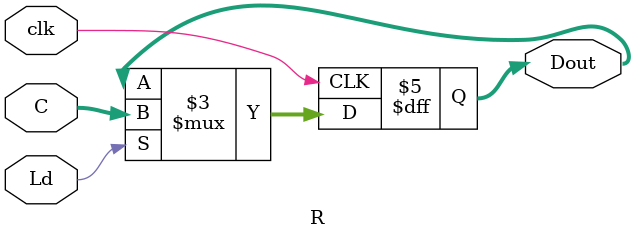
<source format=v>
`timescale 1ns / 1ps
module R(clk,Ld,C,Dout);

	input clk;
	input Ld;
	input [15:0] C;
	output [15:0] Dout;
	
	reg [15:0] Dout=0;
	
	always@(posedge clk)
	begin
		if(Ld)
		begin
			Dout<=C;
		end
	end

endmodule

</source>
